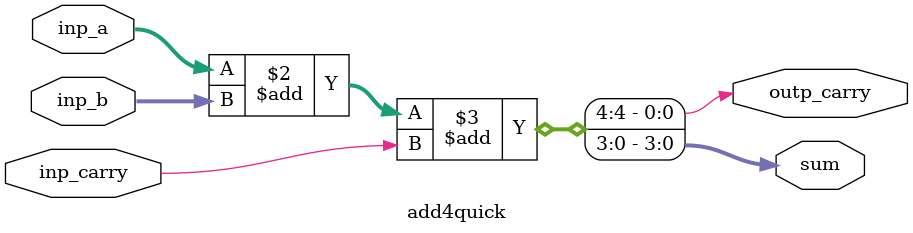
<source format=v>
/*
    corrected files:
        - test bench
        - modified adder (quick version)
*/

`timescale 1ns/1ns
`define STEP 100
`define WIDTH 4

module TestAdder(); //no ports

    parameter  N = 11; //11 tests are applied
    parameter BITZ = 4; 

    reg [`WIDTH-1:0] addend;
    reg [`WIDTH-1:0] augend;
    reg cin;
    wire [`WIDTH-1:0] sum;
    wire cout; 

    reg  [`WIDTH-1:0] addend_array [N-1:0];
    reg [N-1:0] cin_array;
    reg [`WIDTH-1:0] augend_array [N-1:0];
    reg [`WIDTH-1:0] sum_array [N-1:0];
    reg [N-1:0] cout_array;
    
    reg [`WIDTH:0] verify;
    integer idx;
    integer wrong;

    add4quick DUT(
                    .inp_a(addend),
                    .inp_b(augend),
                    .inp_carry(cin),
                    .sum(sum),
                    .outp_carry(cout)
                );

    initial begin
        //initialization of addend_array  ... index starts at 0
        addend_array [0] = 4'b0111;   // 7
        addend_array [1] = 4'b1101;   // 13
        addend_array [2] = 4'b0101;   // 5
        addend_array [3] = 4'b1101;   // 13
        addend_array [4] = 4'b0111;   // 7
        addend_array [5] = 4'b1000;   // 8
        addend_array [6] = 4'b0111;   // 7
        addend_array [7] =4'b1000;    // 8
        addend_array [8] =4'b0000;    // 0
        addend_array [9] =4'b1111;    // 15
        addend_array [10] = 4'b0000;  // 0
        //initialization of cin_array  ... index starts at 0
        cin_array[0]=1'b0;
        cin_array[1]=1'b0;
        cin_array[2] =1'b0;
        cin_array[3]=1'b0;
        cin_array[4] =1'b1;
        cin_array[5]=1'b0;
        cin_array[6]=1'b0;
        cin_array[7]=1'b0;
        cin_array[8]=1'b1;
        cin_array[9]=1'b1;
        cin_array[10]=1'b0;
        //initialization of augend_array  ... index starts at 0
        augend_array[0] = 4'b0101;   // 5
        augend_array[1] = 4'b0101;   // 5
        augend_array[2] = 4'b1101;   // 13
        augend_array[3] = 4'b1101;   // 13
        augend_array[4] = 4'b0111;   // 7
        augend_array[5] = 4'b0111;   // 7
        augend_array[6] = 4'b1000;   // 8
        augend_array[7] = 4'b1000;   // 8
        augend_array[8] = 4'b1101;   // 13
        augend_array[9] = 4'b1111;   // 15
        augend_array[10] = 4'b0000;  // 0
        //initialization of sum_array (expected sum outputs)  ... index starts at 0
        sum_array[0] = 4'b1100;   // 7 + 5 = 12
        sum_array[1] = 4'b0010;   // 5 + 13 = 18  OVERFLOW
        sum_array[2] = 4'b0010;   // 5 + 13 = 18  OVERFLOW
        sum_array[3] = 4'b1010;   // 13 + 13 = 26  OVERFLOW
        sum_array[4] = 4'b1111;   // 7 + 7 = 14
        sum_array[5] = 4'b1111;   // 8 + 7 = 15
        sum_array[6] = 4'b1111;   // 7 + 8 = 15
        sum_array[7] = 4'b0000;   // 8 + 8 = 16   OVERFLOW
        sum_array[8] = 4'b1110;   // 0 + 13 = 13
        sum_array[9] = 4'b1111;   // 15 + 15 = 30  OVERFLOW
        sum_array[10] = 4'b0000;  // 0 + 0 = 0
        //initialization of cout_array (expected carry output)  ... index starts at 0
        cout_array[0] = 1'b0;
        cout_array[1] = 1'b1;
        cout_array[2] = 1'b1;
        cout_array[3] = 1'b1;
        cout_array[4] = 1'b0;
        cout_array[5] = 1'b0;
        cout_array[6] = 1'b0;//
        cout_array[7] = 1'b1;
        cout_array[8] = 1'b0;
        cout_array[9] = 1'b1;
        cout_array[10] = 1'b0;
        
        wrong = 0;
        $display("\n");
        for(idx = 0 ; idx < N ; idx = idx + 1) begin
            augend = augend_array[idx];
            addend = addend_array[idx];
            cin = cin_array[idx];

            if (cin == 0) begin
                verify = augend + addend;
                $write("Test %2d >>>  cin =  %d  ,  %2d + %2d = %2d\n", 
                    idx, cin, addend_array[idx], augend_array[idx], verify);
                $write("        %b\n", addend);
                $write("     +  %b\n", augend);
                #`STEP
                $write("        %b  ,  cout:  %d  ->  %b    ", sum, cout, verify);
            end
            else begin
                verify = augend + addend + cin;
                $write("Test %2d >>>  cin =  %d  ,  %2d + %2d + 1 = %2d\n", 
                    idx, cin, addend_array[idx], augend_array[idx], verify);
                $write("        %b\n", addend);
                $write("     +  %b\n", augend);
                #`STEP
                $write("        %b  ,  cout:  %d  ->  %b    ", sum, cout, verify);
            end
            
            if(!(sum == sum_array[idx] & cout == cout_array[idx])) begin
                $write ("ERROR: Wrong Answer\n\n");
                wrong = wrong + 1;
            end
            else begin
                $write("Correct!!\n\n");
            end
        end

        $display("\nTEST COMPLETE  ,  wrong answers:  %d\n\n", wrong);
        #`STEP    // wait before releasing control
        $finish;  // $stop; is not good
    end

endmodule


////~~~~


module add4quick(
                    input wire [`WIDTH-1:0] inp_a,
                    input wire [`WIDTH-1:0] inp_b,
                    input wire inp_carry,
                    output wire [`WIDTH-1:0] sum,
                    output wire outp_carry
                );
    assign {outp_carry, sum} = inp_a + inp_b + inp_carry;
endmodule

////////~~~~~~~~END>  fullAdder.v

</source>
